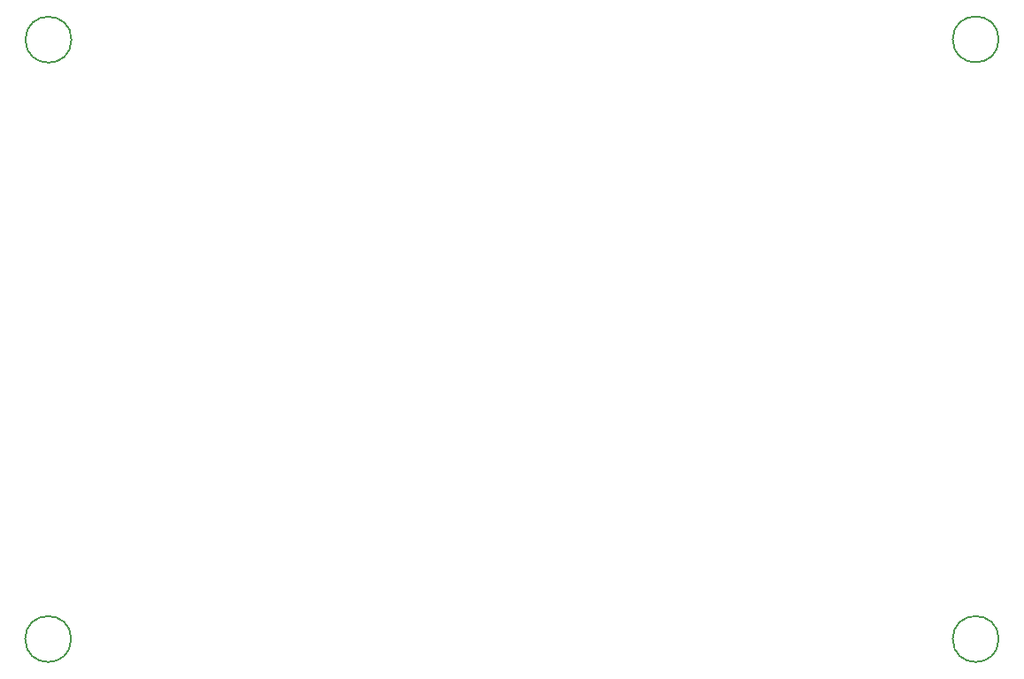
<source format=gbr>
%TF.GenerationSoftware,KiCad,Pcbnew,9.0.0*%
%TF.CreationDate,2025-04-23T05:04:15-04:00*%
%TF.ProjectId,W4MLB_Band_Display_V2,57344d4c-425f-4426-916e-645f44697370,1.0*%
%TF.SameCoordinates,Original*%
%TF.FileFunction,Other,Comment*%
%FSLAX46Y46*%
G04 Gerber Fmt 4.6, Leading zero omitted, Abs format (unit mm)*
G04 Created by KiCad (PCBNEW 9.0.0) date 2025-04-23 05:04:15*
%MOMM*%
%LPD*%
G01*
G04 APERTURE LIST*
%ADD10C,0.150000*%
G04 APERTURE END LIST*
D10*
%TO.C,MH4*%
X213464466Y-124464466D02*
G75*
G02*
X209064466Y-124464466I-2200000J0D01*
G01*
X209064466Y-124464466D02*
G75*
G02*
X213464466Y-124464466I2200000J0D01*
G01*
%TO.C,MH2*%
X213464466Y-67035534D02*
G75*
G02*
X209064466Y-67035534I-2200000J0D01*
G01*
X209064466Y-67035534D02*
G75*
G02*
X213464466Y-67035534I2200000J0D01*
G01*
%TO.C,MH3*%
X124735534Y-124464466D02*
G75*
G02*
X120335534Y-124464466I-2200000J0D01*
G01*
X120335534Y-124464466D02*
G75*
G02*
X124735534Y-124464466I2200000J0D01*
G01*
%TO.C,MH1*%
X124765534Y-67065534D02*
G75*
G02*
X120365534Y-67065534I-2200000J0D01*
G01*
X120365534Y-67065534D02*
G75*
G02*
X124765534Y-67065534I2200000J0D01*
G01*
%TD*%
M02*

</source>
